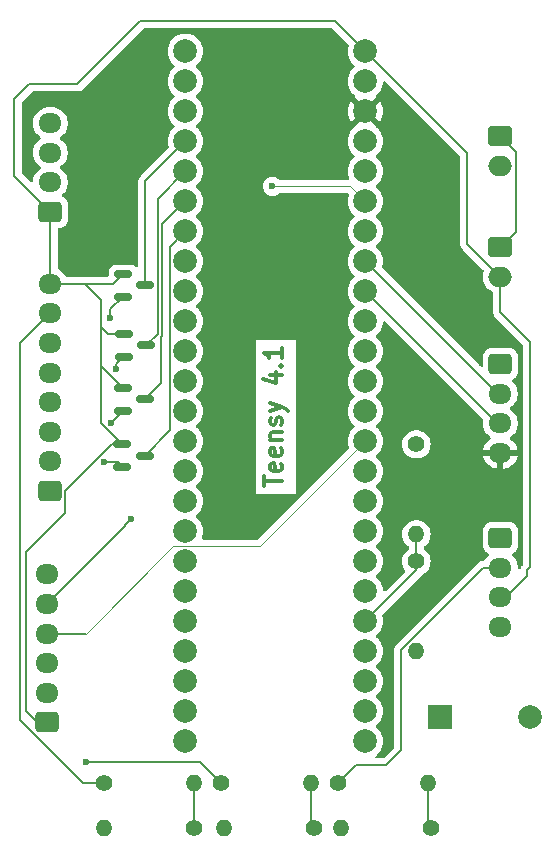
<source format=gbr>
%TF.GenerationSoftware,KiCad,Pcbnew,8.0.2-1*%
%TF.CreationDate,2024-09-30T15:02:25-04:00*%
%TF.ProjectId,Airbrake_ComputeBoard,41697262-7261-46b6-955f-436f6d707574,rev?*%
%TF.SameCoordinates,Original*%
%TF.FileFunction,Copper,L1,Top*%
%TF.FilePolarity,Positive*%
%FSLAX46Y46*%
G04 Gerber Fmt 4.6, Leading zero omitted, Abs format (unit mm)*
G04 Created by KiCad (PCBNEW 8.0.2-1) date 2024-09-30 15:02:25*
%MOMM*%
%LPD*%
G01*
G04 APERTURE LIST*
G04 Aperture macros list*
%AMRoundRect*
0 Rectangle with rounded corners*
0 $1 Rounding radius*
0 $2 $3 $4 $5 $6 $7 $8 $9 X,Y pos of 4 corners*
0 Add a 4 corners polygon primitive as box body*
4,1,4,$2,$3,$4,$5,$6,$7,$8,$9,$2,$3,0*
0 Add four circle primitives for the rounded corners*
1,1,$1+$1,$2,$3*
1,1,$1+$1,$4,$5*
1,1,$1+$1,$6,$7*
1,1,$1+$1,$8,$9*
0 Add four rect primitives between the rounded corners*
20,1,$1+$1,$2,$3,$4,$5,0*
20,1,$1+$1,$4,$5,$6,$7,0*
20,1,$1+$1,$6,$7,$8,$9,0*
20,1,$1+$1,$8,$9,$2,$3,0*%
G04 Aperture macros list end*
%ADD10C,0.300000*%
%TA.AperFunction,NonConductor*%
%ADD11C,0.300000*%
%TD*%
%TA.AperFunction,ComponentPad*%
%ADD12RoundRect,0.250000X0.725000X-0.600000X0.725000X0.600000X-0.725000X0.600000X-0.725000X-0.600000X0*%
%TD*%
%TA.AperFunction,ComponentPad*%
%ADD13O,1.950000X1.700000*%
%TD*%
%TA.AperFunction,ComponentPad*%
%ADD14C,2.000000*%
%TD*%
%TA.AperFunction,ComponentPad*%
%ADD15R,2.000000X2.000000*%
%TD*%
%TA.AperFunction,ComponentPad*%
%ADD16RoundRect,0.250000X-0.750000X0.600000X-0.750000X-0.600000X0.750000X-0.600000X0.750000X0.600000X0*%
%TD*%
%TA.AperFunction,ComponentPad*%
%ADD17O,2.000000X1.700000*%
%TD*%
%TA.AperFunction,ComponentPad*%
%ADD18RoundRect,0.250000X-0.725000X0.600000X-0.725000X-0.600000X0.725000X-0.600000X0.725000X0.600000X0*%
%TD*%
%TA.AperFunction,ComponentPad*%
%ADD19C,1.400000*%
%TD*%
%TA.AperFunction,ComponentPad*%
%ADD20O,1.400000X1.400000*%
%TD*%
%TA.AperFunction,SMDPad,CuDef*%
%ADD21RoundRect,0.150000X-0.587500X-0.150000X0.587500X-0.150000X0.587500X0.150000X-0.587500X0.150000X0*%
%TD*%
%TA.AperFunction,ViaPad*%
%ADD22C,0.600000*%
%TD*%
%TA.AperFunction,Conductor*%
%ADD23C,0.200000*%
%TD*%
%TA.AperFunction,Conductor*%
%ADD24C,0.125000*%
%TD*%
G04 APERTURE END LIST*
D10*
D11*
X157300828Y-105159774D02*
X157300828Y-104302632D01*
X158800828Y-104731203D02*
X157300828Y-104731203D01*
X158729400Y-103231203D02*
X158800828Y-103374060D01*
X158800828Y-103374060D02*
X158800828Y-103659775D01*
X158800828Y-103659775D02*
X158729400Y-103802632D01*
X158729400Y-103802632D02*
X158586542Y-103874060D01*
X158586542Y-103874060D02*
X158015114Y-103874060D01*
X158015114Y-103874060D02*
X157872257Y-103802632D01*
X157872257Y-103802632D02*
X157800828Y-103659775D01*
X157800828Y-103659775D02*
X157800828Y-103374060D01*
X157800828Y-103374060D02*
X157872257Y-103231203D01*
X157872257Y-103231203D02*
X158015114Y-103159775D01*
X158015114Y-103159775D02*
X158157971Y-103159775D01*
X158157971Y-103159775D02*
X158300828Y-103874060D01*
X158729400Y-101945489D02*
X158800828Y-102088346D01*
X158800828Y-102088346D02*
X158800828Y-102374061D01*
X158800828Y-102374061D02*
X158729400Y-102516918D01*
X158729400Y-102516918D02*
X158586542Y-102588346D01*
X158586542Y-102588346D02*
X158015114Y-102588346D01*
X158015114Y-102588346D02*
X157872257Y-102516918D01*
X157872257Y-102516918D02*
X157800828Y-102374061D01*
X157800828Y-102374061D02*
X157800828Y-102088346D01*
X157800828Y-102088346D02*
X157872257Y-101945489D01*
X157872257Y-101945489D02*
X158015114Y-101874061D01*
X158015114Y-101874061D02*
X158157971Y-101874061D01*
X158157971Y-101874061D02*
X158300828Y-102588346D01*
X157800828Y-101231204D02*
X158800828Y-101231204D01*
X157943685Y-101231204D02*
X157872257Y-101159775D01*
X157872257Y-101159775D02*
X157800828Y-101016918D01*
X157800828Y-101016918D02*
X157800828Y-100802632D01*
X157800828Y-100802632D02*
X157872257Y-100659775D01*
X157872257Y-100659775D02*
X158015114Y-100588347D01*
X158015114Y-100588347D02*
X158800828Y-100588347D01*
X158729400Y-99945489D02*
X158800828Y-99802632D01*
X158800828Y-99802632D02*
X158800828Y-99516918D01*
X158800828Y-99516918D02*
X158729400Y-99374061D01*
X158729400Y-99374061D02*
X158586542Y-99302632D01*
X158586542Y-99302632D02*
X158515114Y-99302632D01*
X158515114Y-99302632D02*
X158372257Y-99374061D01*
X158372257Y-99374061D02*
X158300828Y-99516918D01*
X158300828Y-99516918D02*
X158300828Y-99731204D01*
X158300828Y-99731204D02*
X158229400Y-99874061D01*
X158229400Y-99874061D02*
X158086542Y-99945489D01*
X158086542Y-99945489D02*
X158015114Y-99945489D01*
X158015114Y-99945489D02*
X157872257Y-99874061D01*
X157872257Y-99874061D02*
X157800828Y-99731204D01*
X157800828Y-99731204D02*
X157800828Y-99516918D01*
X157800828Y-99516918D02*
X157872257Y-99374061D01*
X157800828Y-98802632D02*
X158800828Y-98445489D01*
X157800828Y-98088346D02*
X158800828Y-98445489D01*
X158800828Y-98445489D02*
X159157971Y-98588346D01*
X159157971Y-98588346D02*
X159229400Y-98659775D01*
X159229400Y-98659775D02*
X159300828Y-98802632D01*
X157800828Y-95731204D02*
X158800828Y-95731204D01*
X157229400Y-96088346D02*
X158300828Y-96445489D01*
X158300828Y-96445489D02*
X158300828Y-95516918D01*
X158657971Y-94945490D02*
X158729400Y-94874061D01*
X158729400Y-94874061D02*
X158800828Y-94945490D01*
X158800828Y-94945490D02*
X158729400Y-95016918D01*
X158729400Y-95016918D02*
X158657971Y-94945490D01*
X158657971Y-94945490D02*
X158800828Y-94945490D01*
X158800828Y-93445489D02*
X158800828Y-94302632D01*
X158800828Y-93874061D02*
X157300828Y-93874061D01*
X157300828Y-93874061D02*
X157515114Y-94016918D01*
X157515114Y-94016918D02*
X157657971Y-94159775D01*
X157657971Y-94159775D02*
X157729400Y-94302632D01*
D12*
%TO.P,BlueRaven1,1,Pin_1*%
%TO.N,/5v_switch*%
X139192000Y-81922000D03*
D13*
%TO.P,BlueRaven1,2,Pin_2*%
%TO.N,/BR-TX*%
X139192000Y-79422000D03*
%TO.P,BlueRaven1,3,Pin_3*%
%TO.N,/BR-RX*%
X139192000Y-76922000D03*
%TO.P,BlueRaven1,4,Pin_4*%
%TO.N,GND*%
X139192000Y-74422000D03*
%TD*%
D14*
%TO.P,Teensy4.1,0,GND*%
%TO.N,GND*%
X150622000Y-68326000D03*
%TO.P,Teensy4.1,1,RX1*%
%TO.N,unconnected-(Teensy4.1-RX1-Pad1)*%
X150622000Y-70866000D03*
%TO.P,Teensy4.1,2,TX1*%
%TO.N,unconnected-(Teensy4.1-TX1-Pad2)*%
X150622000Y-73406000D03*
%TO.P,Teensy4.1,3,PWM*%
%TO.N,/SV*%
X150622000Y-75946000D03*
%TO.P,Teensy4.1,4,PWM*%
%TO.N,/BK*%
X150622000Y-78486000D03*
%TO.P,Teensy4.1,5,PWM*%
%TO.N,/EN*%
X150622000Y-81026000D03*
%TO.P,Teensy4.1,6,PWM*%
%TO.N,/F{slash}R*%
X150622000Y-83566000D03*
%TO.P,Teensy4.1,7,PWM*%
%TO.N,/PG_3.3v*%
X150622000Y-86106000D03*
%TO.P,Teensy4.1,8,RX2*%
%TO.N,unconnected-(Teensy4.1-RX2-Pad8)*%
X150622000Y-88646000D03*
%TO.P,Teensy4.1,9,TX2*%
%TO.N,unconnected-(Teensy4.1-TX2-Pad9)*%
X150622000Y-91186000D03*
%TO.P,Teensy4.1,10,PWM*%
%TO.N,/ALM_3.3v*%
X150622000Y-93726000D03*
%TO.P,Teensy4.1,11,CS*%
%TO.N,/CS*%
X150622000Y-96266000D03*
%TO.P,Teensy4.1,12,MOSI*%
%TO.N,/MOSI*%
X150622000Y-98806000D03*
%TO.P,Teensy4.1,13,MISO*%
%TO.N,/MISO*%
X150622000Y-101346000D03*
%TO.P,Teensy4.1,14,3.3V*%
%TO.N,unconnected-(Teensy4.1-3.3V-Pad14)*%
X150622000Y-103886000D03*
%TO.P,Teensy4.1,15,SCL2*%
%TO.N,unconnected-(Teensy4.1-SCL2-Pad15)*%
X150622000Y-106426000D03*
%TO.P,Teensy4.1,16,SDA2*%
%TO.N,unconnected-(Teensy4.1-SDA2-Pad16)*%
X150622000Y-108966000D03*
%TO.P,Teensy4.1,17,MOSI1*%
%TO.N,unconnected-(Teensy4.1-MOSI1-Pad17)*%
X150622000Y-111506000D03*
%TO.P,Teensy4.1,18,SCK1*%
%TO.N,unconnected-(Teensy4.1-SCK1-Pad18)*%
X150622000Y-114046000D03*
%TO.P,Teensy4.1,19,RX7*%
%TO.N,unconnected-(Teensy4.1-RX7-Pad19)*%
X150622000Y-116586000D03*
%TO.P,Teensy4.1,20,TX7*%
%TO.N,unconnected-(Teensy4.1-TX7-Pad20)*%
X150622000Y-119126000D03*
%TO.P,Teensy4.1,21,GPIO*%
%TO.N,unconnected-(Teensy4.1-GPIO-Pad21)*%
X150622000Y-121666000D03*
%TO.P,Teensy4.1,22,GPIO*%
%TO.N,unconnected-(Teensy4.1-GPIO-Pad22)*%
X150622000Y-124206000D03*
%TO.P,Teensy4.1,23,GPIO*%
%TO.N,unconnected-(Teensy4.1-GPIO-Pad23)*%
X150622000Y-126746000D03*
%TO.P,Teensy4.1,24,PWM*%
%TO.N,unconnected-(Teensy4.1-PWM-Pad24)*%
X165862000Y-126746000D03*
%TO.P,Teensy4.1,25,RX8*%
%TO.N,unconnected-(Teensy4.1-RX8-Pad25)*%
X165862000Y-124206000D03*
%TO.P,Teensy4.1,26,TX8*%
%TO.N,unconnected-(Teensy4.1-TX8-Pad26)*%
X165862000Y-121666000D03*
%TO.P,Teensy4.1,27,PWM*%
%TO.N,/A_3.3v*%
X165862000Y-119126000D03*
%TO.P,Teensy4.1,28,PWM*%
%TO.N,/B_3.3v*%
X165862000Y-116586000D03*
%TO.P,Teensy4.1,29,CS1*%
%TO.N,unconnected-(Teensy4.1-CS1-Pad29)*%
X165862000Y-114046000D03*
%TO.P,Teensy4.1,30,MISO*%
%TO.N,unconnected-(Teensy4.1-MISO-Pad30)*%
X165862000Y-111506000D03*
%TO.P,Teensy4.1,31,A16*%
%TO.N,unconnected-(Teensy4.1-A16-Pad31)*%
X165862000Y-108966000D03*
%TO.P,Teensy4.1,32,A17*%
%TO.N,unconnected-(Teensy4.1-A17-Pad32)*%
X165862000Y-106426000D03*
%TO.P,Teensy4.1,33,GND*%
%TO.N,unconnected-(Teensy4.1-GND-Pad33)*%
X165862000Y-103886000D03*
%TO.P,Teensy4.1,34,SCK*%
%TO.N,/SCK*%
X165862000Y-101346000D03*
%TO.P,Teensy4.1,35,A0*%
%TO.N,unconnected-(Teensy4.1-A0-Pad35)*%
X165862000Y-98806000D03*
%TO.P,Teensy4.1,36,A1*%
%TO.N,unconnected-(Teensy4.1-A1-Pad36)*%
X165862000Y-96266000D03*
%TO.P,Teensy4.1,37,A2*%
%TO.N,unconnected-(Teensy4.1-A2-Pad37)*%
X165862000Y-93726000D03*
%TO.P,Teensy4.1,38,A3*%
%TO.N,unconnected-(Teensy4.1-A3-Pad38)*%
X165862000Y-91186000D03*
%TO.P,Teensy4.1,39,SDA*%
%TO.N,/SDA*%
X165862000Y-88646000D03*
%TO.P,Teensy4.1,40,SCL*%
%TO.N,/SCL*%
X165862000Y-86106000D03*
%TO.P,Teensy4.1,41,TX5*%
%TO.N,/BR-RX*%
X165862000Y-83566000D03*
%TO.P,Teensy4.1,42,RX5*%
%TO.N,/BR-TX*%
X165862000Y-81026000D03*
%TO.P,Teensy4.1,43,PWM*%
%TO.N,unconnected-(Teensy4.1-PWM-Pad43)*%
X165862000Y-78486000D03*
%TO.P,Teensy4.1,44,PWM*%
%TO.N,/buzzer*%
X165862000Y-75946000D03*
%TO.P,Teensy4.1,45,3.3V*%
%TO.N,+3.3V*%
X165862000Y-73406000D03*
%TO.P,Teensy4.1,46,GND*%
%TO.N,GND*%
X165862000Y-70866000D03*
%TO.P,Teensy4.1,47,Vin*%
%TO.N,/5v_switch*%
X165862000Y-68326000D03*
%TD*%
D15*
%TO.P,BZ1,1,+*%
%TO.N,/buzzer*%
X172212000Y-124714000D03*
D14*
%TO.P,BZ1,2,-*%
%TO.N,GND*%
X179812000Y-124714000D03*
%TD*%
D12*
%TO.P,VN-100-1,1,Pin_1*%
%TO.N,/5v_switch*%
X138921000Y-125122000D03*
D13*
%TO.P,VN-100-1,2,Pin_2*%
%TO.N,/MOSI*%
X138921000Y-122622000D03*
%TO.P,VN-100-1,3,Pin_3*%
%TO.N,/MISO*%
X138921000Y-120122000D03*
%TO.P,VN-100-1,4,Pin_4*%
%TO.N,/SCK*%
X138921000Y-117622000D03*
%TO.P,VN-100-1,5,Pin_5*%
%TO.N,/CS*%
X138921000Y-115122000D03*
%TO.P,VN-100-1,6,Pin_6*%
%TO.N,GND*%
X138921000Y-112622000D03*
%TD*%
D16*
%TO.P,PowerSwitch1,1,Pin_1*%
%TO.N,Net-(Battery1-Pin_1)*%
X177292000Y-84916000D03*
D17*
%TO.P,PowerSwitch1,2,Pin_2*%
%TO.N,/5v_switch*%
X177292000Y-87416000D03*
%TD*%
D18*
%TO.P,SensorBoard1,1,Pin_1*%
%TO.N,GND*%
X177292000Y-94822000D03*
D13*
%TO.P,SensorBoard1,2,Pin_2*%
%TO.N,/SCL*%
X177292000Y-97322000D03*
%TO.P,SensorBoard1,3,Pin_3*%
%TO.N,/SDA*%
X177292000Y-99822000D03*
%TO.P,SensorBoard1,4,Pin_4*%
%TO.N,+3.3V*%
X177292000Y-102322000D03*
%TD*%
D19*
%TO.P,R1,1*%
%TO.N,/ALM_5v*%
X143764000Y-130302000D03*
D20*
%TO.P,R1,2*%
%TO.N,/ALM_3.3v*%
X151384000Y-130302000D03*
%TD*%
D21*
%TO.P,Q4,1,C*%
%TO.N,Net-(MotoDriver1-Pin_5)*%
X145366500Y-89088000D03*
%TO.P,Q4,2,B*%
%TO.N,/SV*%
X147241500Y-88138000D03*
%TO.P,Q4,3,E*%
%TO.N,/5v_switch*%
X145366500Y-87188000D03*
%TD*%
D18*
%TO.P,MotorEncoder1,1,Pin_1*%
%TO.N,GND*%
X177292000Y-109554000D03*
D13*
%TO.P,MotorEncoder1,2,Pin_2*%
%TO.N,/A_5v*%
X177292000Y-112054000D03*
%TO.P,MotorEncoder1,3,Pin_3*%
%TO.N,/5v_switch*%
X177292000Y-114554000D03*
%TO.P,MotorEncoder1,4,Pin_4*%
%TO.N,/B_5v*%
X177292000Y-117054000D03*
%TD*%
D19*
%TO.P,R7,1*%
%TO.N,/B_5v*%
X170180000Y-101600000D03*
D20*
%TO.P,R7,2*%
%TO.N,/B_3.3v*%
X170180000Y-109220000D03*
%TD*%
D21*
%TO.P,Q3,1,C*%
%TO.N,Net-(MotoDriver1-Pin_4)*%
X145445000Y-94168000D03*
%TO.P,Q3,2,B*%
%TO.N,/BK*%
X147320000Y-93218000D03*
%TO.P,Q3,3,E*%
%TO.N,/5v_switch*%
X145445000Y-92268000D03*
%TD*%
D19*
%TO.P,R4,1*%
%TO.N,/PG_3.3v*%
X161544000Y-134112000D03*
D20*
%TO.P,R4,2*%
%TO.N,GND*%
X153924000Y-134112000D03*
%TD*%
D19*
%TO.P,R8,1*%
%TO.N,/B_3.3v*%
X170180000Y-111506000D03*
D20*
%TO.P,R8,2*%
%TO.N,GND*%
X170180000Y-119126000D03*
%TD*%
D12*
%TO.P,MotoDriver1,1,Pin_1*%
%TO.N,GND*%
X139175000Y-105524000D03*
D13*
%TO.P,MotoDriver1,2,Pin_2*%
%TO.N,Net-(MotoDriver1-Pin_2)*%
X139175000Y-103024000D03*
%TO.P,MotoDriver1,3,Pin_3*%
%TO.N,Net-(MotoDriver1-Pin_3)*%
X139175000Y-100524000D03*
%TO.P,MotoDriver1,4,Pin_4*%
%TO.N,Net-(MotoDriver1-Pin_4)*%
X139175000Y-98024000D03*
%TO.P,MotoDriver1,5,Pin_5*%
%TO.N,Net-(MotoDriver1-Pin_5)*%
X139175000Y-95524000D03*
%TO.P,MotoDriver1,6,Pin_6*%
%TO.N,/PG_5v*%
X139175000Y-93024000D03*
%TO.P,MotoDriver1,7,Pin_7*%
%TO.N,/ALM_5v*%
X139175000Y-90524000D03*
%TO.P,MotoDriver1,8,Pin_8*%
%TO.N,/5v_switch*%
X139175000Y-88024000D03*
%TD*%
D19*
%TO.P,R6,1*%
%TO.N,/A_3.3v*%
X171450000Y-134112000D03*
D20*
%TO.P,R6,2*%
%TO.N,GND*%
X163830000Y-134112000D03*
%TD*%
D21*
%TO.P,Q1,1,C*%
%TO.N,Net-(MotoDriver1-Pin_2)*%
X145288000Y-103500000D03*
%TO.P,Q1,2,B*%
%TO.N,/F{slash}R*%
X147163000Y-102550000D03*
%TO.P,Q1,3,E*%
%TO.N,/5v_switch*%
X145288000Y-101600000D03*
%TD*%
D19*
%TO.P,R2,1*%
%TO.N,/ALM_3.3v*%
X151384000Y-134112000D03*
D20*
%TO.P,R2,2*%
%TO.N,GND*%
X143764000Y-134112000D03*
%TD*%
D19*
%TO.P,R5,1*%
%TO.N,/A_5v*%
X163576000Y-130302000D03*
D20*
%TO.P,R5,2*%
%TO.N,/A_3.3v*%
X171196000Y-130302000D03*
%TD*%
D16*
%TO.P,Battery1,1,Pin_1*%
%TO.N,Net-(Battery1-Pin_1)*%
X177292000Y-75518000D03*
D17*
%TO.P,Battery1,2,Pin_2*%
%TO.N,GND*%
X177292000Y-78018000D03*
%TD*%
D19*
%TO.P,R3,1*%
%TO.N,/PG_5v*%
X153670000Y-130302000D03*
D20*
%TO.P,R3,2*%
%TO.N,/PG_3.3v*%
X161290000Y-130302000D03*
%TD*%
D21*
%TO.P,Q2,1,C*%
%TO.N,Net-(MotoDriver1-Pin_3)*%
X145366500Y-98740000D03*
%TO.P,Q2,2,B*%
%TO.N,/EN*%
X147241500Y-97790000D03*
%TO.P,Q2,3,E*%
%TO.N,/5v_switch*%
X145366500Y-96840000D03*
%TD*%
D22*
%TO.N,/BR-TX*%
X157988000Y-79756000D03*
%TO.N,/PG_5v*%
X142240000Y-128524000D03*
%TO.N,Net-(MotoDriver1-Pin_3)*%
X144315265Y-99778735D03*
%TO.N,Net-(MotoDriver1-Pin_5)*%
X144272000Y-90932000D03*
%TO.N,Net-(MotoDriver1-Pin_4)*%
X144780000Y-95250000D03*
%TO.N,Net-(MotoDriver1-Pin_2)*%
X143764000Y-103124000D03*
%TO.N,/CS*%
X146050000Y-107950000D03*
%TD*%
D23*
%TO.N,Net-(Battery1-Pin_1)*%
X178592000Y-76818000D02*
X178592000Y-83616000D01*
X177292000Y-75518000D02*
X178592000Y-76818000D01*
X178592000Y-83616000D02*
X177292000Y-84916000D01*
D24*
%TO.N,/BR-TX*%
X164592000Y-79756000D02*
X165862000Y-81026000D01*
X157988000Y-79756000D02*
X164592000Y-79756000D01*
D23*
%TO.N,/5v_switch*%
X179832000Y-112014000D02*
X179578000Y-112268000D01*
X139192000Y-81922000D02*
X139192000Y-88007000D01*
X136144000Y-72390000D02*
X137414000Y-71120000D01*
X141732000Y-88024000D02*
X144530500Y-88024000D01*
X145288000Y-101600000D02*
X144439471Y-101600000D01*
X140450000Y-107454000D02*
X137160000Y-110744000D01*
X137160000Y-124206000D02*
X138076000Y-125122000D01*
X163322000Y-65786000D02*
X165862000Y-68326000D01*
X177800000Y-114554000D02*
X177292000Y-114554000D01*
X136144000Y-78874000D02*
X136144000Y-72390000D01*
X138076000Y-125122000D02*
X138921000Y-125122000D01*
X144084000Y-92268000D02*
X145445000Y-92268000D01*
X143510000Y-89408000D02*
X143510000Y-91694000D01*
X179578000Y-112268000D02*
X179578000Y-112776000D01*
X143510000Y-91694000D02*
X143510000Y-94983500D01*
X174498000Y-84622000D02*
X174498000Y-76962000D01*
X177292000Y-87416000D02*
X174498000Y-84622000D01*
X137414000Y-71120000D02*
X141478000Y-71120000D01*
X143516250Y-99828250D02*
X145288000Y-101600000D01*
X142126000Y-88024000D02*
X143510000Y-89408000D01*
X146812000Y-65786000D02*
X163322000Y-65786000D01*
X144530500Y-88024000D02*
X145366500Y-87188000D01*
X137160000Y-110744000D02*
X137160000Y-124206000D01*
X179578000Y-112776000D02*
X177800000Y-114554000D01*
X179832000Y-92964000D02*
X179832000Y-112014000D01*
X143516250Y-94989750D02*
X145366500Y-96840000D01*
X140450000Y-105589471D02*
X140450000Y-107454000D01*
X141478000Y-71120000D02*
X146812000Y-65786000D01*
X141732000Y-88024000D02*
X142126000Y-88024000D01*
X174498000Y-76962000D02*
X165862000Y-68326000D01*
X143510000Y-94983500D02*
X143516250Y-94989750D01*
X143510000Y-91694000D02*
X144084000Y-92268000D01*
X139192000Y-88007000D02*
X139175000Y-88024000D01*
X177292000Y-87416000D02*
X177292000Y-90424000D01*
X143516250Y-94989750D02*
X143516250Y-99828250D01*
X139175000Y-88024000D02*
X141732000Y-88024000D01*
X139192000Y-81922000D02*
X136144000Y-78874000D01*
X177292000Y-90424000D02*
X179832000Y-92964000D01*
X144439471Y-101600000D02*
X140450000Y-105589471D01*
%TO.N,/PG_5v*%
X144018000Y-128524000D02*
X142240000Y-128524000D01*
X151892000Y-128524000D02*
X144018000Y-128524000D01*
X153670000Y-130302000D02*
X151892000Y-128524000D01*
%TO.N,/ALM_5v*%
X136652000Y-124962744D02*
X136652000Y-93047000D01*
X136652000Y-93047000D02*
X139175000Y-90524000D01*
X143764000Y-130302000D02*
X141991256Y-130302000D01*
X141991256Y-130302000D02*
X136652000Y-124962744D01*
%TO.N,/A_5v*%
X168910000Y-118981786D02*
X175837786Y-112054000D01*
X163576000Y-130302000D02*
X165100000Y-128778000D01*
X165100000Y-128778000D02*
X167640000Y-128778000D01*
X175837786Y-112054000D02*
X177292000Y-112054000D01*
X167640000Y-128778000D02*
X168910000Y-127508000D01*
X168910000Y-127508000D02*
X168910000Y-118981786D01*
%TO.N,/F{slash}R*%
X149322000Y-100391000D02*
X149322000Y-84866000D01*
X149322000Y-84866000D02*
X150622000Y-83566000D01*
X147163000Y-102550000D02*
X149322000Y-100391000D01*
%TO.N,/EN*%
X148679000Y-82969000D02*
X150622000Y-81026000D01*
X147241500Y-97790000D02*
X148590000Y-96441500D01*
X148590000Y-96441500D02*
X148590000Y-92513686D01*
X148679000Y-92424686D02*
X148679000Y-82969000D01*
X148590000Y-92513686D02*
X148679000Y-92424686D01*
%TO.N,/BK*%
X148279000Y-80829000D02*
X150622000Y-78486000D01*
X148279000Y-92259000D02*
X148279000Y-80829000D01*
X147320000Y-93218000D02*
X148279000Y-92259000D01*
%TO.N,/SV*%
X147241500Y-79326500D02*
X150622000Y-75946000D01*
X147241500Y-88138000D02*
X147241500Y-79326500D01*
%TO.N,/ALM_3.3v*%
X151384000Y-130302000D02*
X151384000Y-134112000D01*
%TO.N,/PG_3.3v*%
X161290000Y-133858000D02*
X161544000Y-134112000D01*
X161290000Y-130302000D02*
X161290000Y-133858000D01*
%TO.N,/A_3.3v*%
X171196000Y-130302000D02*
X171196000Y-133858000D01*
X171196000Y-133858000D02*
X171450000Y-134112000D01*
%TO.N,/B_3.3v*%
X170180000Y-109220000D02*
X170180000Y-111506000D01*
X170180000Y-112268000D02*
X165862000Y-116586000D01*
X170180000Y-111506000D02*
X170180000Y-112268000D01*
%TO.N,/SDA*%
X177292000Y-99822000D02*
X177038000Y-99822000D01*
X177038000Y-99822000D02*
X165862000Y-88646000D01*
%TO.N,/SCL*%
X177078000Y-97322000D02*
X165862000Y-86106000D01*
X177292000Y-97322000D02*
X177078000Y-97322000D01*
D24*
%TO.N,/SCK*%
X142220000Y-117622000D02*
X149606000Y-110236000D01*
X156972000Y-110236000D02*
X165862000Y-101346000D01*
D23*
X138921000Y-117622000D02*
X142220000Y-117622000D01*
D24*
X149606000Y-110236000D02*
X156972000Y-110236000D01*
D23*
%TO.N,Net-(MotoDriver1-Pin_3)*%
X144315265Y-99778735D02*
X144327765Y-99778735D01*
X144327765Y-99778735D02*
X145366500Y-98740000D01*
%TO.N,Net-(MotoDriver1-Pin_5)*%
X144272000Y-90932000D02*
X144272000Y-90182500D01*
X144272000Y-90182500D02*
X145366500Y-89088000D01*
%TO.N,Net-(MotoDriver1-Pin_4)*%
X144780000Y-94833000D02*
X145445000Y-94168000D01*
X144780000Y-95250000D02*
X144780000Y-94833000D01*
%TO.N,Net-(MotoDriver1-Pin_2)*%
X144912000Y-103124000D02*
X145288000Y-103500000D01*
X143764000Y-103124000D02*
X144912000Y-103124000D01*
%TO.N,/CS*%
X145542000Y-108501000D02*
X138921000Y-115122000D01*
X145542000Y-108458000D02*
X145542000Y-108501000D01*
X146050000Y-107950000D02*
X145542000Y-108458000D01*
%TD*%
%TA.AperFunction,Conductor*%
%TO.N,+3.3V*%
G36*
X167570974Y-70884209D02*
G01*
X173861181Y-77174416D01*
X173894666Y-77235739D01*
X173897500Y-77262097D01*
X173897500Y-84535330D01*
X173897499Y-84535348D01*
X173897499Y-84701054D01*
X173897498Y-84701054D01*
X173897499Y-84701057D01*
X173938423Y-84853785D01*
X173959124Y-84889640D01*
X173967358Y-84903900D01*
X173967359Y-84903904D01*
X173967360Y-84903904D01*
X174017479Y-84990714D01*
X174017481Y-84990717D01*
X174136349Y-85109585D01*
X174136355Y-85109590D01*
X175845027Y-86818263D01*
X175878512Y-86879586D01*
X175875277Y-86944262D01*
X175824753Y-87099759D01*
X175791500Y-87309713D01*
X175791500Y-87522286D01*
X175823007Y-87721217D01*
X175824754Y-87732243D01*
X175888812Y-87929393D01*
X175890444Y-87934414D01*
X175986951Y-88123820D01*
X176111890Y-88295786D01*
X176262213Y-88446109D01*
X176434179Y-88571048D01*
X176434181Y-88571049D01*
X176434184Y-88571051D01*
X176623588Y-88667557D01*
X176623590Y-88667557D01*
X176623795Y-88667662D01*
X176674591Y-88715636D01*
X176691500Y-88778147D01*
X176691500Y-90337330D01*
X176691499Y-90337348D01*
X176691499Y-90503054D01*
X176691498Y-90503054D01*
X176691499Y-90503057D01*
X176732423Y-90655785D01*
X176756287Y-90697118D01*
X176761358Y-90705900D01*
X176761359Y-90705904D01*
X176761360Y-90705904D01*
X176811479Y-90792714D01*
X176811481Y-90792717D01*
X176930349Y-90911585D01*
X176930355Y-90911590D01*
X179195181Y-93176416D01*
X179228666Y-93237739D01*
X179231500Y-93264097D01*
X179231500Y-111713902D01*
X179211815Y-111780941D01*
X179195181Y-111801583D01*
X179097481Y-111899282D01*
X179097477Y-111899287D01*
X179073094Y-111941523D01*
X179073091Y-111941528D01*
X179054868Y-111973090D01*
X179018423Y-112036213D01*
X179011275Y-112062893D01*
X178974909Y-112122554D01*
X178912062Y-112153082D01*
X178842687Y-112144787D01*
X178788809Y-112100301D01*
X178767535Y-112033749D01*
X178767500Y-112030799D01*
X178767500Y-111947713D01*
X178759830Y-111899287D01*
X178734246Y-111737757D01*
X178668557Y-111535588D01*
X178572051Y-111346184D01*
X178572049Y-111346181D01*
X178572048Y-111346179D01*
X178447109Y-111174213D01*
X178308294Y-111035398D01*
X178274809Y-110974075D01*
X178279793Y-110904383D01*
X178321665Y-110848450D01*
X178330879Y-110842178D01*
X178336331Y-110838814D01*
X178336334Y-110838814D01*
X178485656Y-110746712D01*
X178609712Y-110622656D01*
X178701814Y-110473334D01*
X178756999Y-110306797D01*
X178767500Y-110204009D01*
X178767499Y-108903992D01*
X178756999Y-108801203D01*
X178701814Y-108634666D01*
X178609712Y-108485344D01*
X178485656Y-108361288D01*
X178336334Y-108269186D01*
X178169797Y-108214001D01*
X178169795Y-108214000D01*
X178067010Y-108203500D01*
X176516998Y-108203500D01*
X176516981Y-108203501D01*
X176414203Y-108214000D01*
X176414200Y-108214001D01*
X176247668Y-108269185D01*
X176247663Y-108269187D01*
X176098342Y-108361289D01*
X175974289Y-108485342D01*
X175882187Y-108634663D01*
X175882186Y-108634666D01*
X175827001Y-108801203D01*
X175827001Y-108801204D01*
X175827000Y-108801204D01*
X175816500Y-108903983D01*
X175816500Y-110204001D01*
X175816501Y-110204018D01*
X175827000Y-110306796D01*
X175827001Y-110306799D01*
X175879024Y-110463793D01*
X175882186Y-110473334D01*
X175948728Y-110581217D01*
X175974289Y-110622657D01*
X176098344Y-110746712D01*
X176253120Y-110842178D01*
X176299845Y-110894126D01*
X176311068Y-110963088D01*
X176283224Y-111027171D01*
X176275706Y-111035398D01*
X176136889Y-111174215D01*
X176011951Y-111346179D01*
X175991767Y-111385794D01*
X175943793Y-111436590D01*
X175881282Y-111453499D01*
X175758729Y-111453499D01*
X175651373Y-111482265D01*
X175605996Y-111494424D01*
X175605995Y-111494425D01*
X175555882Y-111523359D01*
X175555881Y-111523360D01*
X175512475Y-111548420D01*
X175469071Y-111573479D01*
X175469068Y-111573481D01*
X168429479Y-118613070D01*
X168415596Y-118637118D01*
X168406944Y-118652104D01*
X168350423Y-118750001D01*
X168309499Y-118902729D01*
X168309499Y-118902731D01*
X168309499Y-119070832D01*
X168309500Y-119070845D01*
X168309500Y-127207903D01*
X168289815Y-127274942D01*
X168273181Y-127295584D01*
X167427584Y-128141181D01*
X167366261Y-128174666D01*
X167339903Y-128177500D01*
X166826974Y-128177500D01*
X166759935Y-128157815D01*
X166714180Y-128105011D01*
X166704236Y-128035853D01*
X166733261Y-127972297D01*
X166750812Y-127955647D01*
X166852223Y-127876715D01*
X166881744Y-127853738D01*
X167050164Y-127670785D01*
X167186173Y-127462607D01*
X167286063Y-127234881D01*
X167347108Y-126993821D01*
X167367643Y-126746000D01*
X167362520Y-126684180D01*
X167347109Y-126498187D01*
X167347107Y-126498175D01*
X167286063Y-126257118D01*
X167186173Y-126029393D01*
X167050166Y-125821217D01*
X166995545Y-125761883D01*
X166881744Y-125638262D01*
X166798991Y-125573852D01*
X166758179Y-125517143D01*
X166754504Y-125447370D01*
X166789136Y-125386687D01*
X166798985Y-125378151D01*
X166881744Y-125313738D01*
X167050164Y-125130785D01*
X167186173Y-124922607D01*
X167286063Y-124694881D01*
X167347108Y-124453821D01*
X167367643Y-124206000D01*
X167367366Y-124202663D01*
X167347109Y-123958187D01*
X167347107Y-123958175D01*
X167286063Y-123717118D01*
X167186173Y-123489393D01*
X167050166Y-123281217D01*
X166987828Y-123213500D01*
X166881744Y-123098262D01*
X166798991Y-123033852D01*
X166758179Y-122977143D01*
X166754504Y-122907370D01*
X166789136Y-122846687D01*
X166798985Y-122838151D01*
X166881744Y-122773738D01*
X167050164Y-122590785D01*
X167186173Y-122382607D01*
X167286063Y-122154881D01*
X167347108Y-121913821D01*
X167361328Y-121742213D01*
X167367643Y-121666005D01*
X167367643Y-121665994D01*
X167347109Y-121418187D01*
X167347107Y-121418175D01*
X167286063Y-121177118D01*
X167186173Y-120949393D01*
X167050166Y-120741217D01*
X166957368Y-120640412D01*
X166881744Y-120558262D01*
X166798991Y-120493852D01*
X166758179Y-120437143D01*
X166754504Y-120367370D01*
X166789136Y-120306687D01*
X166798985Y-120298151D01*
X166881744Y-120233738D01*
X167050164Y-120050785D01*
X167186173Y-119842607D01*
X167286063Y-119614881D01*
X167347108Y-119373821D01*
X167349286Y-119347535D01*
X167367643Y-119126005D01*
X167367643Y-119125994D01*
X167347109Y-118878187D01*
X167347107Y-118878175D01*
X167286063Y-118637118D01*
X167186173Y-118409393D01*
X167050166Y-118201217D01*
X166975691Y-118120316D01*
X166881744Y-118018262D01*
X166798991Y-117953852D01*
X166758179Y-117897143D01*
X166754504Y-117827370D01*
X166789136Y-117766687D01*
X166798985Y-117758151D01*
X166881744Y-117693738D01*
X167050164Y-117510785D01*
X167186173Y-117302607D01*
X167286063Y-117074881D01*
X167347108Y-116833821D01*
X167354699Y-116742213D01*
X167367643Y-116586005D01*
X167367643Y-116585994D01*
X167347109Y-116338187D01*
X167347108Y-116338183D01*
X167347108Y-116338179D01*
X167330268Y-116271681D01*
X167285992Y-116096839D01*
X167288616Y-116027018D01*
X167318514Y-115978719D01*
X170548713Y-112748521D01*
X170548716Y-112748520D01*
X170660520Y-112636716D01*
X170660593Y-112636588D01*
X170660685Y-112636500D01*
X170665468Y-112630268D01*
X170666439Y-112631013D01*
X170711156Y-112588370D01*
X170712716Y-112587579D01*
X170717387Y-112585252D01*
X170717401Y-112585247D01*
X170906562Y-112468124D01*
X171070981Y-112318236D01*
X171205058Y-112140689D01*
X171304229Y-111941528D01*
X171365115Y-111727536D01*
X171385643Y-111506000D01*
X171385642Y-111505994D01*
X171365115Y-111284464D01*
X171365114Y-111284462D01*
X171357638Y-111258187D01*
X171304229Y-111070472D01*
X171291096Y-111044097D01*
X171205061Y-110871316D01*
X171205056Y-110871308D01*
X171070979Y-110693761D01*
X170906563Y-110543877D01*
X170906562Y-110543876D01*
X170839221Y-110502180D01*
X170792587Y-110450153D01*
X170780500Y-110396754D01*
X170780500Y-110329244D01*
X170800185Y-110262205D01*
X170839220Y-110223819D01*
X170906562Y-110182124D01*
X171070981Y-110032236D01*
X171205058Y-109854689D01*
X171304229Y-109655528D01*
X171365115Y-109441536D01*
X171385643Y-109220000D01*
X171385070Y-109213821D01*
X171365115Y-108998464D01*
X171365114Y-108998462D01*
X171363199Y-108991732D01*
X171304229Y-108784472D01*
X171304224Y-108784461D01*
X171205061Y-108585316D01*
X171205056Y-108585308D01*
X171070979Y-108407761D01*
X170906562Y-108257876D01*
X170906560Y-108257874D01*
X170717404Y-108140754D01*
X170717398Y-108140752D01*
X170687721Y-108129255D01*
X170509940Y-108060382D01*
X170291243Y-108019500D01*
X170068757Y-108019500D01*
X169850060Y-108060382D01*
X169775461Y-108089282D01*
X169642601Y-108140752D01*
X169642595Y-108140754D01*
X169453439Y-108257874D01*
X169453437Y-108257876D01*
X169289020Y-108407761D01*
X169154943Y-108585308D01*
X169154938Y-108585316D01*
X169055775Y-108784461D01*
X169055769Y-108784476D01*
X168994885Y-108998462D01*
X168994884Y-108998464D01*
X168974357Y-109219999D01*
X168974357Y-109220000D01*
X168994884Y-109441535D01*
X168994885Y-109441537D01*
X169055769Y-109655523D01*
X169055775Y-109655538D01*
X169154938Y-109854683D01*
X169154943Y-109854691D01*
X169289020Y-110032238D01*
X169453433Y-110182120D01*
X169453435Y-110182121D01*
X169453438Y-110182124D01*
X169520778Y-110223818D01*
X169567412Y-110275843D01*
X169579500Y-110329244D01*
X169579500Y-110396754D01*
X169559815Y-110463793D01*
X169520778Y-110502181D01*
X169453436Y-110543877D01*
X169289020Y-110693761D01*
X169154943Y-110871308D01*
X169154938Y-110871316D01*
X169055775Y-111070461D01*
X169055769Y-111070476D01*
X168994885Y-111284462D01*
X168994884Y-111284464D01*
X168974357Y-111505999D01*
X168974357Y-111506000D01*
X168994884Y-111727535D01*
X168994885Y-111727537D01*
X169055769Y-111941523D01*
X169055775Y-111941538D01*
X169154938Y-112140683D01*
X169154943Y-112140691D01*
X169220339Y-112227289D01*
X169245031Y-112292651D01*
X169230466Y-112360985D01*
X169209066Y-112389697D01*
X167570974Y-114027789D01*
X167509651Y-114061274D01*
X167439959Y-114056290D01*
X167384026Y-114014418D01*
X167359717Y-113950350D01*
X167347108Y-113798179D01*
X167341758Y-113777051D01*
X167286063Y-113557118D01*
X167186173Y-113329393D01*
X167050166Y-113121217D01*
X167028557Y-113097744D01*
X166881744Y-112938262D01*
X166798991Y-112873852D01*
X166758179Y-112817143D01*
X166754504Y-112747370D01*
X166789136Y-112686687D01*
X166798985Y-112678151D01*
X166881744Y-112613738D01*
X167050164Y-112430785D01*
X167186173Y-112222607D01*
X167286063Y-111994881D01*
X167347108Y-111753821D01*
X167348070Y-111742213D01*
X167367643Y-111506005D01*
X167367643Y-111505994D01*
X167347109Y-111258187D01*
X167347107Y-111258175D01*
X167286063Y-111017118D01*
X167186173Y-110789393D01*
X167050166Y-110581217D01*
X166950854Y-110473336D01*
X166881744Y-110398262D01*
X166798991Y-110333852D01*
X166758179Y-110277143D01*
X166754504Y-110207370D01*
X166789136Y-110146687D01*
X166798985Y-110138151D01*
X166881744Y-110073738D01*
X167050164Y-109890785D01*
X167186173Y-109682607D01*
X167286063Y-109454881D01*
X167347108Y-109213821D01*
X167364953Y-108998464D01*
X167367643Y-108966005D01*
X167367643Y-108965994D01*
X167347109Y-108718187D01*
X167347107Y-108718175D01*
X167286063Y-108477118D01*
X167186173Y-108249393D01*
X167050166Y-108041217D01*
X166966197Y-107950003D01*
X166881744Y-107858262D01*
X166798991Y-107793852D01*
X166758179Y-107737143D01*
X166754504Y-107667370D01*
X166789136Y-107606687D01*
X166798985Y-107598151D01*
X166881744Y-107533738D01*
X167050164Y-107350785D01*
X167186173Y-107142607D01*
X167286063Y-106914881D01*
X167347108Y-106673821D01*
X167347109Y-106673812D01*
X167367643Y-106426005D01*
X167367643Y-106425994D01*
X167347109Y-106178187D01*
X167347107Y-106178175D01*
X167286063Y-105937118D01*
X167186173Y-105709393D01*
X167050166Y-105501217D01*
X167028557Y-105477744D01*
X166881744Y-105318262D01*
X166798991Y-105253852D01*
X166758179Y-105197143D01*
X166754504Y-105127370D01*
X166789136Y-105066687D01*
X166798985Y-105058151D01*
X166881744Y-104993738D01*
X167050164Y-104810785D01*
X167186173Y-104602607D01*
X167286063Y-104374881D01*
X167347108Y-104133821D01*
X167348675Y-104114910D01*
X167367643Y-103886005D01*
X167367643Y-103885994D01*
X167347109Y-103638187D01*
X167347107Y-103638175D01*
X167286063Y-103397118D01*
X167186173Y-103169393D01*
X167050166Y-102961217D01*
X167028557Y-102937744D01*
X166881744Y-102778262D01*
X166798991Y-102713852D01*
X166758179Y-102657143D01*
X166754504Y-102587370D01*
X166789136Y-102526687D01*
X166798985Y-102518151D01*
X166881744Y-102453738D01*
X167050164Y-102270785D01*
X167186173Y-102062607D01*
X167286063Y-101834881D01*
X167345544Y-101599999D01*
X168974357Y-101599999D01*
X168974357Y-101600000D01*
X168994884Y-101821535D01*
X168994885Y-101821537D01*
X169055769Y-102035523D01*
X169055775Y-102035538D01*
X169154938Y-102234683D01*
X169154943Y-102234691D01*
X169289020Y-102412238D01*
X169453437Y-102562123D01*
X169453439Y-102562125D01*
X169642595Y-102679245D01*
X169642596Y-102679245D01*
X169642599Y-102679247D01*
X169850060Y-102759618D01*
X170068757Y-102800500D01*
X170068759Y-102800500D01*
X170291241Y-102800500D01*
X170291243Y-102800500D01*
X170509940Y-102759618D01*
X170717401Y-102679247D01*
X170906562Y-102562124D01*
X171046282Y-102434751D01*
X171070979Y-102412238D01*
X171079844Y-102400500D01*
X171205058Y-102234689D01*
X171304229Y-102035528D01*
X171365115Y-101821536D01*
X171385643Y-101600000D01*
X171385070Y-101593821D01*
X171365115Y-101378464D01*
X171365114Y-101378462D01*
X171356285Y-101347432D01*
X171304229Y-101164472D01*
X171304224Y-101164461D01*
X171205061Y-100965316D01*
X171205056Y-100965308D01*
X171070979Y-100787761D01*
X170906562Y-100637876D01*
X170906560Y-100637874D01*
X170717404Y-100520754D01*
X170717398Y-100520752D01*
X170509940Y-100440382D01*
X170291243Y-100399500D01*
X170068757Y-100399500D01*
X169850060Y-100440382D01*
X169718864Y-100491207D01*
X169642601Y-100520752D01*
X169642595Y-100520754D01*
X169453439Y-100637874D01*
X169453437Y-100637876D01*
X169289020Y-100787761D01*
X169154943Y-100965308D01*
X169154938Y-100965316D01*
X169055775Y-101164461D01*
X169055769Y-101164476D01*
X168994885Y-101378462D01*
X168994884Y-101378464D01*
X168974357Y-101599999D01*
X167345544Y-101599999D01*
X167347108Y-101593821D01*
X167350399Y-101554103D01*
X167367643Y-101346005D01*
X167367643Y-101345994D01*
X167347109Y-101098187D01*
X167347107Y-101098175D01*
X167286063Y-100857118D01*
X167186173Y-100629393D01*
X167050166Y-100421217D01*
X166975781Y-100340414D01*
X166881744Y-100238262D01*
X166798991Y-100173852D01*
X166758179Y-100117143D01*
X166754504Y-100047370D01*
X166789136Y-99986687D01*
X166798985Y-99978151D01*
X166881744Y-99913738D01*
X167050164Y-99730785D01*
X167186173Y-99522607D01*
X167286063Y-99294881D01*
X167347108Y-99053821D01*
X167351559Y-99000106D01*
X167367643Y-98806005D01*
X167367643Y-98805994D01*
X167347109Y-98558187D01*
X167347107Y-98558175D01*
X167286063Y-98317118D01*
X167186173Y-98089393D01*
X167050166Y-97881217D01*
X166942720Y-97764500D01*
X166881744Y-97698262D01*
X166798991Y-97633852D01*
X166758179Y-97577143D01*
X166754504Y-97507370D01*
X166789136Y-97446687D01*
X166798985Y-97438151D01*
X166881744Y-97373738D01*
X167050164Y-97190785D01*
X167186173Y-96982607D01*
X167286063Y-96754881D01*
X167347108Y-96513821D01*
X167353268Y-96439485D01*
X167367643Y-96266005D01*
X167367643Y-96265994D01*
X167347109Y-96018187D01*
X167347107Y-96018175D01*
X167286063Y-95777118D01*
X167186173Y-95549393D01*
X167050166Y-95341217D01*
X166966197Y-95250003D01*
X166881744Y-95158262D01*
X166798991Y-95093852D01*
X166758179Y-95037143D01*
X166754504Y-94967370D01*
X166789136Y-94906687D01*
X166798985Y-94898151D01*
X166881744Y-94833738D01*
X167050164Y-94650785D01*
X167186173Y-94442607D01*
X167286063Y-94214881D01*
X167347108Y-93973821D01*
X167348891Y-93952306D01*
X167367643Y-93726005D01*
X167367643Y-93725994D01*
X167347109Y-93478187D01*
X167347107Y-93478175D01*
X167286063Y-93237118D01*
X167186173Y-93009393D01*
X167050166Y-92801217D01*
X166986642Y-92732212D01*
X166881744Y-92618262D01*
X166798991Y-92553852D01*
X166758179Y-92497143D01*
X166754504Y-92427370D01*
X166789136Y-92366687D01*
X166798985Y-92358151D01*
X166881744Y-92293738D01*
X167050164Y-92110785D01*
X167186173Y-91902607D01*
X167286063Y-91674881D01*
X167347108Y-91433821D01*
X167359717Y-91281647D01*
X167384870Y-91216466D01*
X167441271Y-91175227D01*
X167511015Y-91171029D01*
X167570973Y-91204208D01*
X171707979Y-95341215D01*
X175808191Y-99441427D01*
X175841676Y-99502750D01*
X175842983Y-99548506D01*
X175816500Y-99715713D01*
X175816500Y-99928286D01*
X175839895Y-100076000D01*
X175849754Y-100138243D01*
X175907457Y-100315835D01*
X175915444Y-100340414D01*
X176011951Y-100529820D01*
X176136890Y-100701786D01*
X176287209Y-100852105D01*
X176287214Y-100852109D01*
X176452218Y-100971991D01*
X176494884Y-101027320D01*
X176500863Y-101096934D01*
X176468258Y-101158729D01*
X176452218Y-101172627D01*
X176287540Y-101292272D01*
X176287535Y-101292276D01*
X176137276Y-101442535D01*
X176137272Y-101442540D01*
X176012379Y-101614442D01*
X175915904Y-101803782D01*
X175850242Y-102005870D01*
X175850242Y-102005873D01*
X175839769Y-102072000D01*
X176887854Y-102072000D01*
X176849370Y-102138657D01*
X176817000Y-102259465D01*
X176817000Y-102384535D01*
X176849370Y-102505343D01*
X176887854Y-102572000D01*
X175839769Y-102572000D01*
X175850242Y-102638126D01*
X175850242Y-102638129D01*
X175915904Y-102840217D01*
X176012379Y-103029557D01*
X176137272Y-103201459D01*
X176137276Y-103201464D01*
X176287535Y-103351723D01*
X176287540Y-103351727D01*
X176459442Y-103476620D01*
X176648782Y-103573095D01*
X176850872Y-103638757D01*
X177042000Y-103669029D01*
X177042000Y-102726145D01*
X177108657Y-102764630D01*
X177229465Y-102797000D01*
X177354535Y-102797000D01*
X177475343Y-102764630D01*
X177542000Y-102726145D01*
X177542000Y-103669028D01*
X177733127Y-103638757D01*
X177935217Y-103573095D01*
X178124557Y-103476620D01*
X178296459Y-103351727D01*
X178296464Y-103351723D01*
X178446723Y-103201464D01*
X178446727Y-103201459D01*
X178571620Y-103029557D01*
X178668095Y-102840217D01*
X178733757Y-102638129D01*
X178733757Y-102638126D01*
X178744231Y-102572000D01*
X177696146Y-102572000D01*
X177734630Y-102505343D01*
X177767000Y-102384535D01*
X177767000Y-102259465D01*
X177734630Y-102138657D01*
X177696146Y-102072000D01*
X178744231Y-102072000D01*
X178733757Y-102005873D01*
X178733757Y-102005870D01*
X178668095Y-101803782D01*
X178571620Y-101614442D01*
X178446727Y-101442540D01*
X178446723Y-101442535D01*
X178296464Y-101292276D01*
X178296459Y-101292272D01*
X178131781Y-101172627D01*
X178089115Y-101117297D01*
X178083136Y-101047684D01*
X178115741Y-100985889D01*
X178131776Y-100971994D01*
X178296792Y-100852104D01*
X178447104Y-100701792D01*
X178447106Y-100701788D01*
X178447109Y-100701786D01*
X178572048Y-100529820D01*
X178572047Y-100529820D01*
X178572051Y-100529816D01*
X178668557Y-100340412D01*
X178734246Y-100138243D01*
X178767500Y-99928287D01*
X178767500Y-99715713D01*
X178734246Y-99505757D01*
X178668557Y-99303588D01*
X178572051Y-99114184D01*
X178572049Y-99114181D01*
X178572048Y-99114179D01*
X178447109Y-98942213D01*
X178296792Y-98791896D01*
X178132204Y-98672316D01*
X178089540Y-98616989D01*
X178083561Y-98547376D01*
X178116166Y-98485580D01*
X178132199Y-98471686D01*
X178296792Y-98352104D01*
X178447104Y-98201792D01*
X178447106Y-98201788D01*
X178447109Y-98201786D01*
X178567206Y-98036485D01*
X178572051Y-98029816D01*
X178668557Y-97840412D01*
X178734246Y-97638243D01*
X178767500Y-97428287D01*
X178767500Y-97215713D01*
X178734246Y-97005757D01*
X178668557Y-96803588D01*
X178572051Y-96614184D01*
X178572049Y-96614181D01*
X178572048Y-96614179D01*
X178447109Y-96442213D01*
X178308294Y-96303398D01*
X178274809Y-96242075D01*
X178279793Y-96172383D01*
X178321665Y-96116450D01*
X178330879Y-96110178D01*
X178336331Y-96106814D01*
X178336334Y-96106814D01*
X178485656Y-96014712D01*
X178609712Y-95890656D01*
X178701814Y-95741334D01*
X178756999Y-95574797D01*
X178767500Y-95472009D01*
X178767499Y-94171992D01*
X178756999Y-94069203D01*
X178701814Y-93902666D01*
X178609712Y-93753344D01*
X178485656Y-93629288D01*
X178336334Y-93537186D01*
X178169797Y-93482001D01*
X178169795Y-93482000D01*
X178067010Y-93471500D01*
X176516998Y-93471500D01*
X176516981Y-93471501D01*
X176414203Y-93482000D01*
X176414200Y-93482001D01*
X176247668Y-93537185D01*
X176247663Y-93537187D01*
X176098342Y-93629289D01*
X175974289Y-93753342D01*
X175882187Y-93902663D01*
X175882185Y-93902668D01*
X175854349Y-93986670D01*
X175827001Y-94069203D01*
X175827001Y-94069204D01*
X175827000Y-94069204D01*
X175816500Y-94171983D01*
X175816500Y-94911903D01*
X175796815Y-94978942D01*
X175744011Y-95024697D01*
X175674853Y-95034641D01*
X175611297Y-95005616D01*
X175604819Y-94999584D01*
X167318516Y-86713281D01*
X167285031Y-86651958D01*
X167285992Y-86595159D01*
X167286061Y-86594884D01*
X167286063Y-86594881D01*
X167347108Y-86353821D01*
X167347109Y-86353812D01*
X167367643Y-86106005D01*
X167367643Y-86105994D01*
X167347109Y-85858187D01*
X167347107Y-85858175D01*
X167286063Y-85617118D01*
X167186173Y-85389393D01*
X167050166Y-85181217D01*
X167028557Y-85157744D01*
X166881744Y-84998262D01*
X166798991Y-84933852D01*
X166758179Y-84877143D01*
X166754504Y-84807370D01*
X166789136Y-84746687D01*
X166798985Y-84738151D01*
X166881744Y-84673738D01*
X167050164Y-84490785D01*
X167186173Y-84282607D01*
X167286063Y-84054881D01*
X167347108Y-83813821D01*
X167356949Y-83695057D01*
X167367643Y-83566005D01*
X167367643Y-83565994D01*
X167347109Y-83318187D01*
X167347107Y-83318175D01*
X167286063Y-83077118D01*
X167186173Y-82849393D01*
X167050166Y-82641217D01*
X167028557Y-82617744D01*
X166881744Y-82458262D01*
X166798991Y-82393852D01*
X166758179Y-82337143D01*
X166754504Y-82267370D01*
X166789136Y-82206687D01*
X166798985Y-82198151D01*
X166881744Y-82133738D01*
X167050164Y-81950785D01*
X167186173Y-81742607D01*
X167286063Y-81514881D01*
X167347108Y-81273821D01*
X167347260Y-81271992D01*
X167367643Y-81026005D01*
X167367643Y-81025994D01*
X167347109Y-80778187D01*
X167347107Y-80778175D01*
X167286063Y-80537118D01*
X167186173Y-80309393D01*
X167050166Y-80101217D01*
X167028557Y-80077744D01*
X166881744Y-79918262D01*
X166798991Y-79853852D01*
X166758179Y-79797143D01*
X166754504Y-79727370D01*
X166789136Y-79666687D01*
X166798985Y-79658151D01*
X166881744Y-79593738D01*
X167050164Y-79410785D01*
X167186173Y-79202607D01*
X167286063Y-78974881D01*
X167347108Y-78733821D01*
X167347771Y-78725820D01*
X167367643Y-78486005D01*
X167367643Y-78485994D01*
X167347109Y-78238187D01*
X167347107Y-78238175D01*
X167286063Y-77997118D01*
X167186173Y-77769393D01*
X167050166Y-77561217D01*
X166993432Y-77499588D01*
X166881744Y-77378262D01*
X166798991Y-77313852D01*
X166758179Y-77257143D01*
X166754504Y-77187370D01*
X166789136Y-77126687D01*
X166798985Y-77118151D01*
X166881744Y-77053738D01*
X167050164Y-76870785D01*
X167055284Y-76862949D01*
X167092374Y-76806178D01*
X167186173Y-76662607D01*
X167286063Y-76434881D01*
X167347108Y-76193821D01*
X167367643Y-75946000D01*
X167363159Y-75891890D01*
X167347109Y-75698187D01*
X167347107Y-75698175D01*
X167286063Y-75457118D01*
X167186173Y-75229393D01*
X167050166Y-75021217D01*
X166975781Y-74940414D01*
X166881744Y-74838262D01*
X166778253Y-74757712D01*
X166737442Y-74701003D01*
X166730655Y-74652176D01*
X166732056Y-74629609D01*
X165999575Y-73897128D01*
X166058853Y-73881245D01*
X166175147Y-73814102D01*
X166270102Y-73719147D01*
X166337245Y-73602853D01*
X166353127Y-73543575D01*
X167085434Y-74275882D01*
X167185731Y-74122369D01*
X167285587Y-73894717D01*
X167346612Y-73653738D01*
X167346614Y-73653729D01*
X167367141Y-73406005D01*
X167367141Y-73405994D01*
X167346614Y-73158270D01*
X167346612Y-73158261D01*
X167285587Y-72917282D01*
X167185731Y-72689630D01*
X167085434Y-72536116D01*
X166353127Y-73268423D01*
X166337245Y-73209147D01*
X166270102Y-73092853D01*
X166175147Y-72997898D01*
X166058853Y-72930755D01*
X165999575Y-72914872D01*
X166732056Y-72182390D01*
X166730655Y-72159825D01*
X166746147Y-72091694D01*
X166778250Y-72054290D01*
X166881744Y-71973738D01*
X167050164Y-71790785D01*
X167186173Y-71582607D01*
X167286063Y-71354881D01*
X167347108Y-71113821D01*
X167359717Y-70961647D01*
X167384870Y-70896466D01*
X167441271Y-70855227D01*
X167511015Y-70851029D01*
X167570974Y-70884209D01*
G37*
%TD.AperFunction*%
%TA.AperFunction,Conductor*%
G36*
X163088942Y-66406185D02*
G01*
X163109584Y-66422819D01*
X164405482Y-67718717D01*
X164438967Y-67780040D01*
X164438007Y-67836838D01*
X164376892Y-68078174D01*
X164376890Y-68078187D01*
X164356357Y-68325994D01*
X164356357Y-68326005D01*
X164376890Y-68573812D01*
X164376892Y-68573824D01*
X164437936Y-68814881D01*
X164537826Y-69042606D01*
X164673833Y-69250782D01*
X164673836Y-69250785D01*
X164842256Y-69433738D01*
X164925008Y-69498147D01*
X164965821Y-69554857D01*
X164969496Y-69624630D01*
X164934864Y-69685313D01*
X164925014Y-69693848D01*
X164866400Y-69739469D01*
X164842257Y-69758261D01*
X164673833Y-69941217D01*
X164537826Y-70149393D01*
X164437936Y-70377118D01*
X164376892Y-70618175D01*
X164376890Y-70618187D01*
X164356357Y-70865994D01*
X164356357Y-70866005D01*
X164376890Y-71113812D01*
X164376892Y-71113824D01*
X164437936Y-71354881D01*
X164537826Y-71582606D01*
X164673833Y-71790782D01*
X164673836Y-71790785D01*
X164842256Y-71973738D01*
X164842259Y-71973740D01*
X164842262Y-71973743D01*
X164945743Y-72054286D01*
X164986556Y-72110996D01*
X164993343Y-72159823D01*
X164991941Y-72182389D01*
X165724424Y-72914871D01*
X165665147Y-72930755D01*
X165548853Y-72997898D01*
X165453898Y-73092853D01*
X165386755Y-73209147D01*
X165370872Y-73268424D01*
X164638564Y-72536116D01*
X164538267Y-72689632D01*
X164438412Y-72917282D01*
X164377387Y-73158261D01*
X164377385Y-73158270D01*
X164356859Y-73405994D01*
X164356859Y-73406005D01*
X164377385Y-73653729D01*
X164377387Y-73653738D01*
X164438412Y-73894717D01*
X164538266Y-74122364D01*
X164638564Y-74275882D01*
X165370871Y-73543575D01*
X165386755Y-73602853D01*
X165453898Y-73719147D01*
X165548853Y-73814102D01*
X165665147Y-73881245D01*
X165724424Y-73897128D01*
X164991942Y-74629609D01*
X164993343Y-74652177D01*
X164977850Y-74720307D01*
X164945744Y-74757713D01*
X164842258Y-74838260D01*
X164673833Y-75021217D01*
X164537826Y-75229393D01*
X164437936Y-75457118D01*
X164376892Y-75698175D01*
X164376890Y-75698187D01*
X164356357Y-75945994D01*
X164356357Y-75946005D01*
X164376890Y-76193812D01*
X164376892Y-76193824D01*
X164437936Y-76434881D01*
X164537826Y-76662606D01*
X164673833Y-76870782D01*
X164673836Y-76870785D01*
X164842256Y-77053738D01*
X164925008Y-77118147D01*
X164965821Y-77174857D01*
X164969496Y-77244630D01*
X164934864Y-77305313D01*
X164925014Y-77313848D01*
X164866400Y-77359469D01*
X164842257Y-77378261D01*
X164673833Y-77561217D01*
X164537826Y-77769393D01*
X164437936Y-77997118D01*
X164376892Y-78238175D01*
X164376890Y-78238187D01*
X164356357Y-78485994D01*
X164356357Y-78486005D01*
X164376890Y-78733812D01*
X164376892Y-78733824D01*
X164436861Y-78970632D01*
X164437937Y-78974881D01*
X164457373Y-79019191D01*
X164466276Y-79088489D01*
X164436299Y-79151601D01*
X164376960Y-79188489D01*
X164343817Y-79193000D01*
X158608440Y-79193000D01*
X158541401Y-79173315D01*
X158520759Y-79156681D01*
X158490262Y-79126184D01*
X158337523Y-79030211D01*
X158167254Y-78970631D01*
X158167249Y-78970630D01*
X157988004Y-78950435D01*
X157987996Y-78950435D01*
X157808750Y-78970630D01*
X157808745Y-78970631D01*
X157638476Y-79030211D01*
X157485737Y-79126184D01*
X157358184Y-79253737D01*
X157262211Y-79406476D01*
X157202631Y-79576745D01*
X157202630Y-79576750D01*
X157182435Y-79755996D01*
X157182435Y-79756003D01*
X157202630Y-79935249D01*
X157202631Y-79935254D01*
X157262211Y-80105523D01*
X157277478Y-80129820D01*
X157358184Y-80258262D01*
X157485738Y-80385816D01*
X157638478Y-80481789D01*
X157796599Y-80537118D01*
X157808745Y-80541368D01*
X157808750Y-80541369D01*
X157987996Y-80561565D01*
X157988000Y-80561565D01*
X157988004Y-80561565D01*
X158167249Y-80541369D01*
X158167252Y-80541368D01*
X158167255Y-80541368D01*
X158337522Y-80481789D01*
X158490262Y-80385816D01*
X158520759Y-80355319D01*
X158582082Y-80321834D01*
X158608440Y-80319000D01*
X164307435Y-80319000D01*
X164374474Y-80338685D01*
X164395118Y-80355320D01*
X164420406Y-80380609D01*
X164453890Y-80441933D01*
X164448904Y-80511625D01*
X164446281Y-80518094D01*
X164437937Y-80537116D01*
X164437936Y-80537120D01*
X164376892Y-80778175D01*
X164376890Y-80778187D01*
X164356357Y-81025994D01*
X164356357Y-81026005D01*
X164376890Y-81273812D01*
X164376892Y-81273824D01*
X164437936Y-81514881D01*
X164537826Y-81742606D01*
X164673833Y-81950782D01*
X164673836Y-81950785D01*
X164842256Y-82133738D01*
X164925008Y-82198147D01*
X164965821Y-82254857D01*
X164969496Y-82324630D01*
X164934864Y-82385313D01*
X164925014Y-82393848D01*
X164866400Y-82439469D01*
X164842257Y-82458261D01*
X164673833Y-82641217D01*
X164537826Y-82849393D01*
X164437936Y-83077118D01*
X164376892Y-83318175D01*
X164376890Y-83318187D01*
X164356357Y-83565994D01*
X164356357Y-83566005D01*
X164376890Y-83813812D01*
X164376892Y-83813824D01*
X164437936Y-84054881D01*
X164537826Y-84282606D01*
X164673833Y-84490782D01*
X164673836Y-84490785D01*
X164842256Y-84673738D01*
X164925008Y-84738147D01*
X164965821Y-84794857D01*
X164969496Y-84864630D01*
X164934864Y-84925313D01*
X164925014Y-84933848D01*
X164866400Y-84979469D01*
X164842257Y-84998261D01*
X164673833Y-85181217D01*
X164537826Y-85389393D01*
X164437936Y-85617118D01*
X164376892Y-85858175D01*
X164376890Y-85858187D01*
X164356357Y-86105994D01*
X164356357Y-86106005D01*
X164376890Y-86353812D01*
X164376892Y-86353824D01*
X164437936Y-86594881D01*
X164537826Y-86822606D01*
X164673833Y-87030782D01*
X164673836Y-87030785D01*
X164842256Y-87213738D01*
X164925008Y-87278147D01*
X164965821Y-87334857D01*
X164969496Y-87404630D01*
X164934864Y-87465313D01*
X164925014Y-87473848D01*
X164884236Y-87505588D01*
X164842257Y-87538261D01*
X164673833Y-87721217D01*
X164537826Y-87929393D01*
X164437936Y-88157118D01*
X164376892Y-88398175D01*
X164376890Y-88398187D01*
X164356357Y-88645994D01*
X164356357Y-88646005D01*
X164376890Y-88893812D01*
X164376892Y-88893824D01*
X164437936Y-89134881D01*
X164537826Y-89362606D01*
X164673833Y-89570782D01*
X164673836Y-89570785D01*
X164842256Y-89753738D01*
X164925008Y-89818147D01*
X164965821Y-89874857D01*
X164969496Y-89944630D01*
X164934864Y-90005313D01*
X164925014Y-90013848D01*
X164866400Y-90059469D01*
X164842257Y-90078261D01*
X164673833Y-90261217D01*
X164537826Y-90469393D01*
X164437936Y-90697118D01*
X164376892Y-90938175D01*
X164376890Y-90938187D01*
X164356357Y-91185994D01*
X164356357Y-91186005D01*
X164376890Y-91433812D01*
X164376892Y-91433824D01*
X164437936Y-91674881D01*
X164537826Y-91902606D01*
X164673833Y-92110782D01*
X164673836Y-92110785D01*
X164842256Y-92293738D01*
X164925008Y-92358147D01*
X164965821Y-92414857D01*
X164969496Y-92484630D01*
X164934864Y-92545313D01*
X164925014Y-92553848D01*
X164871778Y-92595284D01*
X164842257Y-92618261D01*
X164673833Y-92801217D01*
X164537826Y-93009393D01*
X164437936Y-93237118D01*
X164376892Y-93478175D01*
X164376890Y-93478187D01*
X164356357Y-93725994D01*
X164356357Y-93726005D01*
X164376890Y-93973812D01*
X164376892Y-93973824D01*
X164437936Y-94214881D01*
X164537826Y-94442606D01*
X164673833Y-94650782D01*
X164673836Y-94650785D01*
X164842256Y-94833738D01*
X164925008Y-94898147D01*
X164965821Y-94954857D01*
X164969496Y-95024630D01*
X164934864Y-95085313D01*
X164925014Y-95093848D01*
X164866400Y-95139469D01*
X164842257Y-95158261D01*
X164673833Y-95341217D01*
X164537826Y-95549393D01*
X164437936Y-95777118D01*
X164376892Y-96018175D01*
X164376890Y-96018187D01*
X164356357Y-96265994D01*
X164356357Y-96266005D01*
X164376890Y-96513812D01*
X164376892Y-96513824D01*
X164437936Y-96754881D01*
X164537826Y-96982606D01*
X164673833Y-97190782D01*
X164673836Y-97190785D01*
X164842256Y-97373738D01*
X164925008Y-97438147D01*
X164965821Y-97494857D01*
X164969496Y-97564630D01*
X164934864Y-97625313D01*
X164925014Y-97633848D01*
X164866400Y-97679469D01*
X164842257Y-97698261D01*
X164673833Y-97881217D01*
X164537826Y-98089393D01*
X164437936Y-98317118D01*
X164376892Y-98558175D01*
X164376890Y-98558187D01*
X164356357Y-98805994D01*
X164356357Y-98806005D01*
X164376890Y-99053812D01*
X164376892Y-99053824D01*
X164437936Y-99294881D01*
X164537826Y-99522606D01*
X164673833Y-99730782D01*
X164673836Y-99730785D01*
X164842256Y-99913738D01*
X164925008Y-99978147D01*
X164965821Y-100034857D01*
X164969496Y-100104630D01*
X164934864Y-100165313D01*
X164925014Y-100173848D01*
X164895313Y-100196966D01*
X164842257Y-100238261D01*
X164673833Y-100421217D01*
X164537826Y-100629393D01*
X164437936Y-100857118D01*
X164376892Y-101098175D01*
X164376890Y-101098187D01*
X164356357Y-101345994D01*
X164356357Y-101346005D01*
X164376890Y-101593812D01*
X164376892Y-101593824D01*
X164437935Y-101834876D01*
X164437936Y-101834879D01*
X164437937Y-101834881D01*
X164446280Y-101853902D01*
X164455183Y-101923199D01*
X164425206Y-101986312D01*
X164420405Y-101991391D01*
X156775117Y-109636681D01*
X156713794Y-109670166D01*
X156687436Y-109673000D01*
X152140183Y-109673000D01*
X152073144Y-109653315D01*
X152027389Y-109600511D01*
X152017445Y-109531353D01*
X152026625Y-109499193D01*
X152046063Y-109454881D01*
X152107108Y-109213821D01*
X152124953Y-108998464D01*
X152127643Y-108966005D01*
X152127643Y-108965994D01*
X152107109Y-108718187D01*
X152107107Y-108718175D01*
X152046063Y-108477118D01*
X151946173Y-108249393D01*
X151810166Y-108041217D01*
X151726197Y-107950003D01*
X151641744Y-107858262D01*
X151558991Y-107793852D01*
X151518179Y-107737143D01*
X151514504Y-107667370D01*
X151549136Y-107606687D01*
X151558985Y-107598151D01*
X151641744Y-107533738D01*
X151810164Y-107350785D01*
X151946173Y-107142607D01*
X152046063Y-106914881D01*
X152107108Y-106673821D01*
X152107109Y-106673812D01*
X152127643Y-106426005D01*
X152127643Y-106425994D01*
X152107109Y-106178187D01*
X152107107Y-106178175D01*
X152046063Y-105937118D01*
X151992617Y-105815274D01*
X156572175Y-105815274D01*
X159958053Y-105815274D01*
X159958053Y-92789989D01*
X156572175Y-92789989D01*
X156572175Y-105815274D01*
X151992617Y-105815274D01*
X151946173Y-105709393D01*
X151810166Y-105501217D01*
X151788557Y-105477744D01*
X151641744Y-105318262D01*
X151558991Y-105253852D01*
X151518179Y-105197143D01*
X151514504Y-105127370D01*
X151549136Y-105066687D01*
X151558985Y-105058151D01*
X151641744Y-104993738D01*
X151810164Y-104810785D01*
X151946173Y-104602607D01*
X152046063Y-104374881D01*
X152107108Y-104133821D01*
X152108675Y-104114910D01*
X152127643Y-103886005D01*
X152127643Y-103885994D01*
X152107109Y-103638187D01*
X152107107Y-103638175D01*
X152046063Y-103397118D01*
X151946173Y-103169393D01*
X151810166Y-102961217D01*
X151788557Y-102937744D01*
X151641744Y-102778262D01*
X151558991Y-102713852D01*
X151518179Y-102657143D01*
X151514504Y-102587370D01*
X151549136Y-102526687D01*
X151558985Y-102518151D01*
X151641744Y-102453738D01*
X151810164Y-102270785D01*
X151946173Y-102062607D01*
X152046063Y-101834881D01*
X152107108Y-101593821D01*
X152110399Y-101554103D01*
X152127643Y-101346005D01*
X152127643Y-101345994D01*
X152107109Y-101098187D01*
X152107107Y-101098175D01*
X152046063Y-100857118D01*
X151946173Y-100629393D01*
X151810166Y-100421217D01*
X151735781Y-100340414D01*
X151641744Y-100238262D01*
X151558991Y-100173852D01*
X151518179Y-100117143D01*
X151514504Y-100047370D01*
X151549136Y-99986687D01*
X151558985Y-99978151D01*
X151641744Y-99913738D01*
X151810164Y-99730785D01*
X151946173Y-99522607D01*
X152046063Y-99294881D01*
X152107108Y-99053821D01*
X152111559Y-99000106D01*
X152127643Y-98806005D01*
X152127643Y-98805994D01*
X152107109Y-98558187D01*
X152107107Y-98558175D01*
X152046063Y-98317118D01*
X151946173Y-98089393D01*
X151810166Y-97881217D01*
X151702720Y-97764500D01*
X151641744Y-97698262D01*
X151558991Y-97633852D01*
X151518179Y-97577143D01*
X151514504Y-97507370D01*
X151549136Y-97446687D01*
X151558985Y-97438151D01*
X151641744Y-97373738D01*
X151810164Y-97190785D01*
X151946173Y-96982607D01*
X152046063Y-96754881D01*
X152107108Y-96513821D01*
X152113268Y-96439485D01*
X152127643Y-96266005D01*
X152127643Y-96265994D01*
X152107109Y-96018187D01*
X152107107Y-96018175D01*
X152046063Y-95777118D01*
X151946173Y-95549393D01*
X151810166Y-95341217D01*
X151726197Y-95250003D01*
X151641744Y-95158262D01*
X151558991Y-95093852D01*
X151518179Y-95037143D01*
X151514504Y-94967370D01*
X151549136Y-94906687D01*
X151558985Y-94898151D01*
X151641744Y-94833738D01*
X151810164Y-94650785D01*
X151946173Y-94442607D01*
X152046063Y-94214881D01*
X152107108Y-93973821D01*
X152108891Y-93952306D01*
X152127643Y-93726005D01*
X152127643Y-93725994D01*
X152107109Y-93478187D01*
X152107107Y-93478175D01*
X152046063Y-93237118D01*
X151946173Y-93009393D01*
X151810166Y-92801217D01*
X151746642Y-92732212D01*
X151641744Y-92618262D01*
X151558991Y-92553852D01*
X151518179Y-92497143D01*
X151514504Y-92427370D01*
X151549136Y-92366687D01*
X151558985Y-92358151D01*
X151641744Y-92293738D01*
X151810164Y-92110785D01*
X151946173Y-91902607D01*
X152046063Y-91674881D01*
X152107108Y-91433821D01*
X152107109Y-91433812D01*
X152127643Y-91186005D01*
X152127643Y-91185994D01*
X152107109Y-90938187D01*
X152107107Y-90938175D01*
X152046063Y-90697118D01*
X151946173Y-90469393D01*
X151810166Y-90261217D01*
X151731041Y-90175265D01*
X151641744Y-90078262D01*
X151558991Y-90013852D01*
X151518179Y-89957143D01*
X151514504Y-89887370D01*
X151549136Y-89826687D01*
X151558985Y-89818151D01*
X151641744Y-89753738D01*
X151810164Y-89570785D01*
X151946173Y-89362607D01*
X152046063Y-89134881D01*
X152107108Y-88893821D01*
X152108891Y-88872306D01*
X152127643Y-88646005D01*
X152127643Y-88645994D01*
X152107109Y-88398187D01*
X152107107Y-88398175D01*
X152046063Y-88157118D01*
X151946173Y-87929393D01*
X151810166Y-87721217D01*
X151788557Y-87697744D01*
X151641744Y-87538262D01*
X151558991Y-87473852D01*
X151518179Y-87417143D01*
X151514504Y-87347370D01*
X151549136Y-87286687D01*
X151558985Y-87278151D01*
X151641744Y-87213738D01*
X151810164Y-87030785D01*
X151946173Y-86822607D01*
X152046063Y-86594881D01*
X152107108Y-86353821D01*
X152107109Y-86353812D01*
X152127643Y-86106005D01*
X152127643Y-86105994D01*
X152107109Y-85858187D01*
X152107107Y-85858175D01*
X152046063Y-85617118D01*
X151946173Y-85389393D01*
X151810166Y-85181217D01*
X151788557Y-85157744D01*
X151641744Y-84998262D01*
X151558991Y-84933852D01*
X151518179Y-84877143D01*
X151514504Y-84807370D01*
X151549136Y-84746687D01*
X151558985Y-84738151D01*
X151641744Y-84673738D01*
X151810164Y-84490785D01*
X151946173Y-84282607D01*
X152046063Y-84054881D01*
X152107108Y-83813821D01*
X152116949Y-83695057D01*
X152127643Y-83566005D01*
X152127643Y-83565994D01*
X152107109Y-83318187D01*
X152107107Y-83318175D01*
X152046063Y-83077118D01*
X151946173Y-82849393D01*
X151810166Y-82641217D01*
X151788557Y-82617744D01*
X151641744Y-82458262D01*
X151558991Y-82393852D01*
X151518179Y-82337143D01*
X151514504Y-82267370D01*
X151549136Y-82206687D01*
X151558985Y-82198151D01*
X151641744Y-82133738D01*
X151810164Y-81950785D01*
X151946173Y-81742607D01*
X152046063Y-81514881D01*
X152107108Y-81273821D01*
X152107260Y-81271992D01*
X152127643Y-81026005D01*
X152127643Y-81025994D01*
X152107109Y-80778187D01*
X152107107Y-80778175D01*
X152046063Y-80537118D01*
X151946173Y-80309393D01*
X151810166Y-80101217D01*
X151788557Y-80077744D01*
X151641744Y-79918262D01*
X151558991Y-79853852D01*
X151518179Y-79797143D01*
X151514504Y-79727370D01*
X151549136Y-79666687D01*
X151558985Y-79658151D01*
X151641744Y-79593738D01*
X151810164Y-79410785D01*
X151946173Y-79202607D01*
X152046063Y-78974881D01*
X152107108Y-78733821D01*
X152107771Y-78725820D01*
X152127643Y-78486005D01*
X152127643Y-78485994D01*
X152107109Y-78238187D01*
X152107107Y-78238175D01*
X152046063Y-77997118D01*
X151946173Y-77769393D01*
X151810166Y-77561217D01*
X151753432Y-77499588D01*
X151641744Y-77378262D01*
X151558991Y-77313852D01*
X151518179Y-77257143D01*
X151514504Y-77187370D01*
X151549136Y-77126687D01*
X151558985Y-77118151D01*
X151641744Y-77053738D01*
X151810164Y-76870785D01*
X151815284Y-76862949D01*
X151852374Y-76806178D01*
X151946173Y-76662607D01*
X152046063Y-76434881D01*
X152107108Y-76193821D01*
X152127643Y-75946000D01*
X152123159Y-75891890D01*
X152107109Y-75698187D01*
X152107107Y-75698175D01*
X152046063Y-75457118D01*
X151946173Y-75229393D01*
X151810166Y-75021217D01*
X151735781Y-74940414D01*
X151641744Y-74838262D01*
X151558991Y-74773852D01*
X151518179Y-74717143D01*
X151514504Y-74647370D01*
X151549136Y-74586687D01*
X151558985Y-74578151D01*
X151641744Y-74513738D01*
X151810164Y-74330785D01*
X151946173Y-74122607D01*
X152046063Y-73894881D01*
X152107108Y-73653821D01*
X152107116Y-73653729D01*
X152127643Y-73406005D01*
X152127643Y-73405994D01*
X152107109Y-73158187D01*
X152107107Y-73158175D01*
X152046063Y-72917118D01*
X151946173Y-72689393D01*
X151810166Y-72481217D01*
X151704561Y-72366500D01*
X151641744Y-72298262D01*
X151558991Y-72233852D01*
X151518179Y-72177143D01*
X151514504Y-72107370D01*
X151549136Y-72046687D01*
X151558985Y-72038151D01*
X151641744Y-71973738D01*
X151810164Y-71790785D01*
X151946173Y-71582607D01*
X152046063Y-71354881D01*
X152107108Y-71113821D01*
X152125119Y-70896466D01*
X152127643Y-70866005D01*
X152127643Y-70865994D01*
X152107109Y-70618187D01*
X152107107Y-70618175D01*
X152046063Y-70377118D01*
X151946173Y-70149393D01*
X151810166Y-69941217D01*
X151788557Y-69917744D01*
X151641744Y-69758262D01*
X151558991Y-69693852D01*
X151518179Y-69637143D01*
X151514504Y-69567370D01*
X151549136Y-69506687D01*
X151558985Y-69498151D01*
X151641744Y-69433738D01*
X151810164Y-69250785D01*
X151946173Y-69042607D01*
X152046063Y-68814881D01*
X152107108Y-68573821D01*
X152107109Y-68573812D01*
X152127643Y-68326005D01*
X152127643Y-68325994D01*
X152107109Y-68078187D01*
X152107107Y-68078175D01*
X152046063Y-67837118D01*
X151946173Y-67609393D01*
X151810166Y-67401217D01*
X151788557Y-67377744D01*
X151641744Y-67218262D01*
X151445509Y-67065526D01*
X151445507Y-67065525D01*
X151445506Y-67065524D01*
X151226811Y-66947172D01*
X151226802Y-66947169D01*
X150991616Y-66866429D01*
X150746335Y-66825500D01*
X150497665Y-66825500D01*
X150252383Y-66866429D01*
X150017197Y-66947169D01*
X150017188Y-66947172D01*
X149798493Y-67065524D01*
X149602257Y-67218261D01*
X149433833Y-67401217D01*
X149297826Y-67609393D01*
X149197936Y-67837118D01*
X149136892Y-68078175D01*
X149136890Y-68078187D01*
X149116357Y-68325994D01*
X149116357Y-68326005D01*
X149136890Y-68573812D01*
X149136892Y-68573824D01*
X149197936Y-68814881D01*
X149297826Y-69042606D01*
X149433833Y-69250782D01*
X149433836Y-69250785D01*
X149602256Y-69433738D01*
X149685008Y-69498147D01*
X149725821Y-69554857D01*
X149729496Y-69624630D01*
X149694864Y-69685313D01*
X149685014Y-69693848D01*
X149626400Y-69739469D01*
X149602257Y-69758261D01*
X149433833Y-69941217D01*
X149297826Y-70149393D01*
X149197936Y-70377118D01*
X149136892Y-70618175D01*
X149136890Y-70618187D01*
X149116357Y-70865994D01*
X149116357Y-70866005D01*
X149136890Y-71113812D01*
X149136892Y-71113824D01*
X149197936Y-71354881D01*
X149297826Y-71582606D01*
X149433833Y-71790782D01*
X149433836Y-71790785D01*
X149602256Y-71973738D01*
X149685008Y-72038147D01*
X149725821Y-72094857D01*
X149729496Y-72164630D01*
X149694864Y-72225313D01*
X149685014Y-72233848D01*
X149670908Y-72244828D01*
X149602257Y-72298261D01*
X149433833Y-72481217D01*
X149297826Y-72689393D01*
X149197936Y-72917118D01*
X149136892Y-73158175D01*
X149136890Y-73158187D01*
X149116357Y-73405994D01*
X149116357Y-73406005D01*
X149136890Y-73653812D01*
X149136892Y-73653824D01*
X149197936Y-73894881D01*
X149297826Y-74122606D01*
X149433833Y-74330782D01*
X149433836Y-74330785D01*
X149602256Y-74513738D01*
X149685008Y-74578147D01*
X149725821Y-74634857D01*
X149729496Y-74704630D01*
X149694864Y-74765313D01*
X149685014Y-74773848D01*
X149626400Y-74819469D01*
X149602257Y-74838261D01*
X149433833Y-75021217D01*
X149297826Y-75229393D01*
X149197936Y-75457118D01*
X149136892Y-75698175D01*
X149136890Y-75698187D01*
X149116357Y-75945994D01*
X149116357Y-75946005D01*
X149136890Y-76193812D01*
X149136892Y-76193824D01*
X149198007Y-76435160D01*
X149195382Y-76504980D01*
X149165482Y-76553281D01*
X146872786Y-78845978D01*
X146760981Y-78957782D01*
X146760979Y-78957784D01*
X146736340Y-79000461D01*
X146725926Y-79018500D01*
X146681923Y-79094715D01*
X146640999Y-79247443D01*
X146640999Y-79247445D01*
X146640999Y-79415546D01*
X146641000Y-79415559D01*
X146641000Y-86505691D01*
X146621315Y-86572730D01*
X146568511Y-86618485D01*
X146499353Y-86628429D01*
X146435797Y-86599404D01*
X146429319Y-86593372D01*
X146355870Y-86519923D01*
X146355862Y-86519917D01*
X146214396Y-86436255D01*
X146214393Y-86436254D01*
X146056573Y-86390402D01*
X146056567Y-86390401D01*
X146019701Y-86387500D01*
X146019694Y-86387500D01*
X144713306Y-86387500D01*
X144713298Y-86387500D01*
X144676432Y-86390401D01*
X144676426Y-86390402D01*
X144518606Y-86436254D01*
X144518603Y-86436255D01*
X144377137Y-86519917D01*
X144377129Y-86519923D01*
X144260923Y-86636129D01*
X144260917Y-86636137D01*
X144177255Y-86777603D01*
X144177254Y-86777606D01*
X144131402Y-86935426D01*
X144131401Y-86935432D01*
X144128500Y-86972298D01*
X144128500Y-87299500D01*
X144108815Y-87366539D01*
X144056011Y-87412294D01*
X144004500Y-87423500D01*
X142212669Y-87423500D01*
X142212653Y-87423499D01*
X142205057Y-87423499D01*
X142046943Y-87423499D01*
X142039347Y-87423499D01*
X142039331Y-87423500D01*
X140585719Y-87423500D01*
X140518680Y-87403815D01*
X140475235Y-87355795D01*
X140455052Y-87316185D01*
X140455051Y-87316184D01*
X140330109Y-87144213D01*
X140179786Y-86993890D01*
X140007820Y-86868951D01*
X139996002Y-86862929D01*
X139860203Y-86793737D01*
X139809409Y-86745764D01*
X139792500Y-86683253D01*
X139792500Y-83396499D01*
X139812185Y-83329460D01*
X139864989Y-83283705D01*
X139916500Y-83272499D01*
X139967002Y-83272499D01*
X139967008Y-83272499D01*
X140069797Y-83261999D01*
X140236334Y-83206814D01*
X140385656Y-83114712D01*
X140509712Y-82990656D01*
X140601814Y-82841334D01*
X140656999Y-82674797D01*
X140667500Y-82572009D01*
X140667499Y-81271992D01*
X140656999Y-81169203D01*
X140601814Y-81002666D01*
X140509712Y-80853344D01*
X140385656Y-80729288D01*
X140236334Y-80637186D01*
X140236333Y-80637185D01*
X140230878Y-80633821D01*
X140184154Y-80581873D01*
X140172931Y-80512910D01*
X140200775Y-80448828D01*
X140208272Y-80440623D01*
X140347104Y-80301792D01*
X140472051Y-80129816D01*
X140568557Y-79940412D01*
X140634246Y-79738243D01*
X140667500Y-79528287D01*
X140667500Y-79315713D01*
X140634246Y-79105757D01*
X140568557Y-78903588D01*
X140472051Y-78714184D01*
X140472049Y-78714181D01*
X140472048Y-78714179D01*
X140347109Y-78542213D01*
X140196792Y-78391896D01*
X140196784Y-78391890D01*
X140032204Y-78272316D01*
X139989540Y-78216989D01*
X139983561Y-78147376D01*
X140016166Y-78085580D01*
X140032199Y-78071686D01*
X140196792Y-77952104D01*
X140347104Y-77801792D01*
X140347106Y-77801788D01*
X140347109Y-77801786D01*
X140472048Y-77629820D01*
X140472047Y-77629820D01*
X140472051Y-77629816D01*
X140568557Y-77440412D01*
X140634246Y-77238243D01*
X140667500Y-77028287D01*
X140667500Y-76815713D01*
X140634246Y-76605757D01*
X140568557Y-76403588D01*
X140472051Y-76214184D01*
X140472049Y-76214181D01*
X140472048Y-76214179D01*
X140347109Y-76042213D01*
X140196792Y-75891896D01*
X140196784Y-75891890D01*
X140032204Y-75772316D01*
X139989540Y-75716989D01*
X139983561Y-75647376D01*
X140016166Y-75585580D01*
X140032199Y-75571686D01*
X140196792Y-75452104D01*
X140347104Y-75301792D01*
X140347106Y-75301788D01*
X140347109Y-75301786D01*
X140472048Y-75129820D01*
X140472047Y-75129820D01*
X140472051Y-75129816D01*
X140568557Y-74940412D01*
X140634246Y-74738243D01*
X140667500Y-74528287D01*
X140667500Y-74315713D01*
X140634246Y-74105757D01*
X140568557Y-73903588D01*
X140472051Y-73714184D01*
X140472049Y-73714181D01*
X140472048Y-73714179D01*
X140347109Y-73542213D01*
X140196786Y-73391890D01*
X140024820Y-73266951D01*
X139835414Y-73170444D01*
X139835413Y-73170443D01*
X139835412Y-73170443D01*
X139633243Y-73104754D01*
X139633241Y-73104753D01*
X139633240Y-73104753D01*
X139471957Y-73079208D01*
X139423287Y-73071500D01*
X138960713Y-73071500D01*
X138912042Y-73079208D01*
X138750760Y-73104753D01*
X138750757Y-73104754D01*
X138586053Y-73158270D01*
X138548585Y-73170444D01*
X138359179Y-73266951D01*
X138187213Y-73391890D01*
X138036890Y-73542213D01*
X137911951Y-73714179D01*
X137815444Y-73903585D01*
X137749753Y-74105760D01*
X137716500Y-74315713D01*
X137716500Y-74528286D01*
X137743855Y-74701003D01*
X137749754Y-74738243D01*
X137791912Y-74867992D01*
X137815444Y-74940414D01*
X137911951Y-75129820D01*
X138036890Y-75301786D01*
X138187209Y-75452105D01*
X138187214Y-75452109D01*
X138351793Y-75571682D01*
X138394459Y-75627011D01*
X138400438Y-75696625D01*
X138367833Y-75758420D01*
X138351793Y-75772318D01*
X138187214Y-75891890D01*
X138187209Y-75891894D01*
X138036890Y-76042213D01*
X137911951Y-76214179D01*
X137815444Y-76403585D01*
X137749753Y-76605760D01*
X137716500Y-76815713D01*
X137716500Y-77028286D01*
X137747739Y-77225526D01*
X137749754Y-77238243D01*
X137771546Y-77305313D01*
X137815444Y-77440414D01*
X137911951Y-77629820D01*
X138036890Y-77801786D01*
X138187209Y-77952105D01*
X138187214Y-77952109D01*
X138351793Y-78071682D01*
X138394459Y-78127011D01*
X138400438Y-78196625D01*
X138367833Y-78258420D01*
X138351793Y-78272318D01*
X138187214Y-78391890D01*
X138187209Y-78391894D01*
X138036890Y-78542213D01*
X137911951Y-78714179D01*
X137815444Y-78903585D01*
X137749753Y-79105760D01*
X137716074Y-79318402D01*
X137686145Y-79381537D01*
X137626833Y-79418468D01*
X137556971Y-79417470D01*
X137505920Y-79386685D01*
X136780819Y-78661584D01*
X136747334Y-78600261D01*
X136744500Y-78573903D01*
X136744500Y-72690097D01*
X136764185Y-72623058D01*
X136780819Y-72602416D01*
X137626416Y-71756819D01*
X137687739Y-71723334D01*
X137714097Y-71720500D01*
X141391331Y-71720500D01*
X141391347Y-71720501D01*
X141398943Y-71720501D01*
X141557054Y-71720501D01*
X141557057Y-71720501D01*
X141709785Y-71679577D01*
X141759904Y-71650639D01*
X141846716Y-71600520D01*
X141958520Y-71488716D01*
X141958520Y-71488714D01*
X141968728Y-71478507D01*
X141968729Y-71478504D01*
X147024416Y-66422819D01*
X147085739Y-66389334D01*
X147112097Y-66386500D01*
X163021903Y-66386500D01*
X163088942Y-66406185D01*
G37*
%TD.AperFunction*%
%TD*%
M02*

</source>
